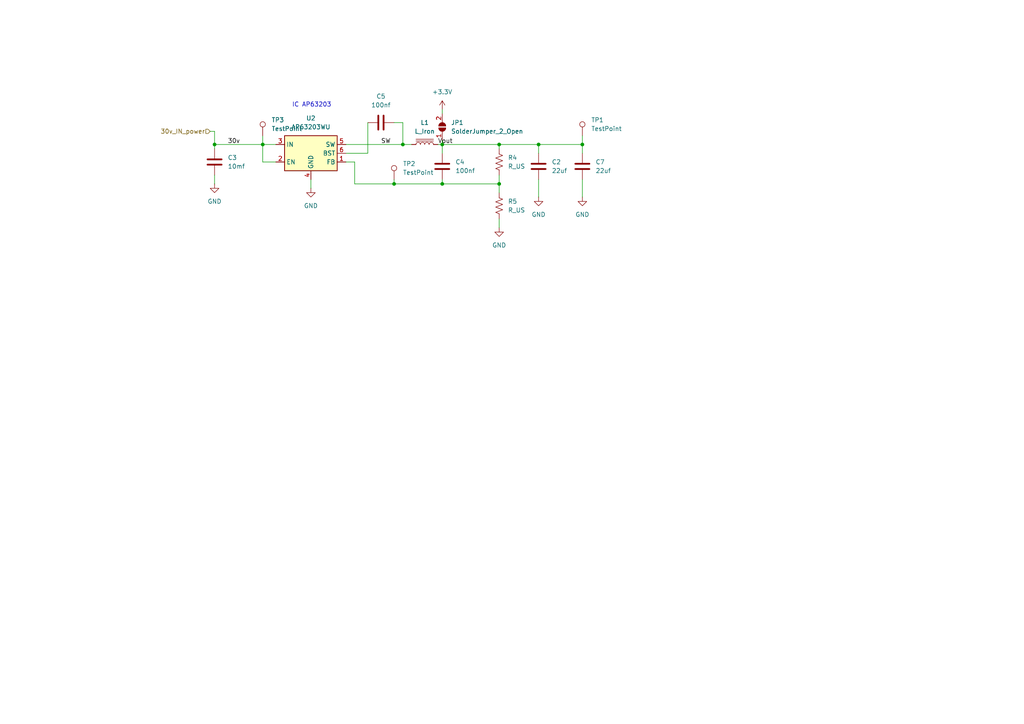
<source format=kicad_sch>
(kicad_sch
	(version 20250114)
	(generator "eeschema")
	(generator_version "9.0")
	(uuid "f319de47-5758-40a6-b80b-836c8115c4c8")
	(paper "A4")
	(lib_symbols
		(symbol "Connector:TestPoint"
			(pin_numbers
				(hide yes)
			)
			(pin_names
				(offset 0.762)
				(hide yes)
			)
			(exclude_from_sim no)
			(in_bom yes)
			(on_board yes)
			(property "Reference" "TP"
				(at 0 6.858 0)
				(effects
					(font
						(size 1.27 1.27)
					)
				)
			)
			(property "Value" "TestPoint"
				(at 0 5.08 0)
				(effects
					(font
						(size 1.27 1.27)
					)
				)
			)
			(property "Footprint" ""
				(at 5.08 0 0)
				(effects
					(font
						(size 1.27 1.27)
					)
					(hide yes)
				)
			)
			(property "Datasheet" "~"
				(at 5.08 0 0)
				(effects
					(font
						(size 1.27 1.27)
					)
					(hide yes)
				)
			)
			(property "Description" "test point"
				(at 0 0 0)
				(effects
					(font
						(size 1.27 1.27)
					)
					(hide yes)
				)
			)
			(property "ki_keywords" "test point tp"
				(at 0 0 0)
				(effects
					(font
						(size 1.27 1.27)
					)
					(hide yes)
				)
			)
			(property "ki_fp_filters" "Pin* Test*"
				(at 0 0 0)
				(effects
					(font
						(size 1.27 1.27)
					)
					(hide yes)
				)
			)
			(symbol "TestPoint_0_1"
				(circle
					(center 0 3.302)
					(radius 0.762)
					(stroke
						(width 0)
						(type default)
					)
					(fill
						(type none)
					)
				)
			)
			(symbol "TestPoint_1_1"
				(pin passive line
					(at 0 0 90)
					(length 2.54)
					(name "1"
						(effects
							(font
								(size 1.27 1.27)
							)
						)
					)
					(number "1"
						(effects
							(font
								(size 1.27 1.27)
							)
						)
					)
				)
			)
			(embedded_fonts no)
		)
		(symbol "Device:C"
			(pin_numbers
				(hide yes)
			)
			(pin_names
				(offset 0.254)
			)
			(exclude_from_sim no)
			(in_bom yes)
			(on_board yes)
			(property "Reference" "C"
				(at 0.635 2.54 0)
				(effects
					(font
						(size 1.27 1.27)
					)
					(justify left)
				)
			)
			(property "Value" "C"
				(at 0.635 -2.54 0)
				(effects
					(font
						(size 1.27 1.27)
					)
					(justify left)
				)
			)
			(property "Footprint" ""
				(at 0.9652 -3.81 0)
				(effects
					(font
						(size 1.27 1.27)
					)
					(hide yes)
				)
			)
			(property "Datasheet" "~"
				(at 0 0 0)
				(effects
					(font
						(size 1.27 1.27)
					)
					(hide yes)
				)
			)
			(property "Description" "Unpolarized capacitor"
				(at 0 0 0)
				(effects
					(font
						(size 1.27 1.27)
					)
					(hide yes)
				)
			)
			(property "ki_keywords" "cap capacitor"
				(at 0 0 0)
				(effects
					(font
						(size 1.27 1.27)
					)
					(hide yes)
				)
			)
			(property "ki_fp_filters" "C_*"
				(at 0 0 0)
				(effects
					(font
						(size 1.27 1.27)
					)
					(hide yes)
				)
			)
			(symbol "C_0_1"
				(polyline
					(pts
						(xy -2.032 0.762) (xy 2.032 0.762)
					)
					(stroke
						(width 0.508)
						(type default)
					)
					(fill
						(type none)
					)
				)
				(polyline
					(pts
						(xy -2.032 -0.762) (xy 2.032 -0.762)
					)
					(stroke
						(width 0.508)
						(type default)
					)
					(fill
						(type none)
					)
				)
			)
			(symbol "C_1_1"
				(pin passive line
					(at 0 3.81 270)
					(length 2.794)
					(name "~"
						(effects
							(font
								(size 1.27 1.27)
							)
						)
					)
					(number "1"
						(effects
							(font
								(size 1.27 1.27)
							)
						)
					)
				)
				(pin passive line
					(at 0 -3.81 90)
					(length 2.794)
					(name "~"
						(effects
							(font
								(size 1.27 1.27)
							)
						)
					)
					(number "2"
						(effects
							(font
								(size 1.27 1.27)
							)
						)
					)
				)
			)
			(embedded_fonts no)
		)
		(symbol "Device:L_Iron"
			(pin_numbers
				(hide yes)
			)
			(pin_names
				(offset 1.016)
				(hide yes)
			)
			(exclude_from_sim no)
			(in_bom yes)
			(on_board yes)
			(property "Reference" "L"
				(at -1.27 0 90)
				(effects
					(font
						(size 1.27 1.27)
					)
				)
			)
			(property "Value" "L_Iron"
				(at 2.794 0 90)
				(effects
					(font
						(size 1.27 1.27)
					)
				)
			)
			(property "Footprint" ""
				(at 0 0 0)
				(effects
					(font
						(size 1.27 1.27)
					)
					(hide yes)
				)
			)
			(property "Datasheet" "~"
				(at 0 0 0)
				(effects
					(font
						(size 1.27 1.27)
					)
					(hide yes)
				)
			)
			(property "Description" "Inductor with iron core"
				(at 0 0 0)
				(effects
					(font
						(size 1.27 1.27)
					)
					(hide yes)
				)
			)
			(property "ki_keywords" "inductor choke coil reactor magnetic"
				(at 0 0 0)
				(effects
					(font
						(size 1.27 1.27)
					)
					(hide yes)
				)
			)
			(property "ki_fp_filters" "Choke_* *Coil* Inductor_* L_*"
				(at 0 0 0)
				(effects
					(font
						(size 1.27 1.27)
					)
					(hide yes)
				)
			)
			(symbol "L_Iron_0_1"
				(arc
					(start 0 2.54)
					(mid 0.6323 1.905)
					(end 0 1.27)
					(stroke
						(width 0)
						(type default)
					)
					(fill
						(type none)
					)
				)
				(arc
					(start 0 1.27)
					(mid 0.6323 0.635)
					(end 0 0)
					(stroke
						(width 0)
						(type default)
					)
					(fill
						(type none)
					)
				)
				(arc
					(start 0 0)
					(mid 0.6323 -0.635)
					(end 0 -1.27)
					(stroke
						(width 0)
						(type default)
					)
					(fill
						(type none)
					)
				)
				(arc
					(start 0 -1.27)
					(mid 0.6323 -1.905)
					(end 0 -2.54)
					(stroke
						(width 0)
						(type default)
					)
					(fill
						(type none)
					)
				)
				(polyline
					(pts
						(xy 1.016 2.54) (xy 1.016 -2.54)
					)
					(stroke
						(width 0)
						(type default)
					)
					(fill
						(type none)
					)
				)
				(polyline
					(pts
						(xy 1.524 -2.54) (xy 1.524 2.54)
					)
					(stroke
						(width 0)
						(type default)
					)
					(fill
						(type none)
					)
				)
			)
			(symbol "L_Iron_1_1"
				(pin passive line
					(at 0 3.81 270)
					(length 1.27)
					(name "1"
						(effects
							(font
								(size 1.27 1.27)
							)
						)
					)
					(number "1"
						(effects
							(font
								(size 1.27 1.27)
							)
						)
					)
				)
				(pin passive line
					(at 0 -3.81 90)
					(length 1.27)
					(name "2"
						(effects
							(font
								(size 1.27 1.27)
							)
						)
					)
					(number "2"
						(effects
							(font
								(size 1.27 1.27)
							)
						)
					)
				)
			)
			(embedded_fonts no)
		)
		(symbol "Device:R_US"
			(pin_numbers
				(hide yes)
			)
			(pin_names
				(offset 0)
			)
			(exclude_from_sim no)
			(in_bom yes)
			(on_board yes)
			(property "Reference" "R"
				(at 2.54 0 90)
				(effects
					(font
						(size 1.27 1.27)
					)
				)
			)
			(property "Value" "R_US"
				(at -2.54 0 90)
				(effects
					(font
						(size 1.27 1.27)
					)
				)
			)
			(property "Footprint" ""
				(at 1.016 -0.254 90)
				(effects
					(font
						(size 1.27 1.27)
					)
					(hide yes)
				)
			)
			(property "Datasheet" "~"
				(at 0 0 0)
				(effects
					(font
						(size 1.27 1.27)
					)
					(hide yes)
				)
			)
			(property "Description" "Resistor, US symbol"
				(at 0 0 0)
				(effects
					(font
						(size 1.27 1.27)
					)
					(hide yes)
				)
			)
			(property "ki_keywords" "R res resistor"
				(at 0 0 0)
				(effects
					(font
						(size 1.27 1.27)
					)
					(hide yes)
				)
			)
			(property "ki_fp_filters" "R_*"
				(at 0 0 0)
				(effects
					(font
						(size 1.27 1.27)
					)
					(hide yes)
				)
			)
			(symbol "R_US_0_1"
				(polyline
					(pts
						(xy 0 2.286) (xy 0 2.54)
					)
					(stroke
						(width 0)
						(type default)
					)
					(fill
						(type none)
					)
				)
				(polyline
					(pts
						(xy 0 2.286) (xy 1.016 1.905) (xy 0 1.524) (xy -1.016 1.143) (xy 0 0.762)
					)
					(stroke
						(width 0)
						(type default)
					)
					(fill
						(type none)
					)
				)
				(polyline
					(pts
						(xy 0 0.762) (xy 1.016 0.381) (xy 0 0) (xy -1.016 -0.381) (xy 0 -0.762)
					)
					(stroke
						(width 0)
						(type default)
					)
					(fill
						(type none)
					)
				)
				(polyline
					(pts
						(xy 0 -0.762) (xy 1.016 -1.143) (xy 0 -1.524) (xy -1.016 -1.905) (xy 0 -2.286)
					)
					(stroke
						(width 0)
						(type default)
					)
					(fill
						(type none)
					)
				)
				(polyline
					(pts
						(xy 0 -2.286) (xy 0 -2.54)
					)
					(stroke
						(width 0)
						(type default)
					)
					(fill
						(type none)
					)
				)
			)
			(symbol "R_US_1_1"
				(pin passive line
					(at 0 3.81 270)
					(length 1.27)
					(name "~"
						(effects
							(font
								(size 1.27 1.27)
							)
						)
					)
					(number "1"
						(effects
							(font
								(size 1.27 1.27)
							)
						)
					)
				)
				(pin passive line
					(at 0 -3.81 90)
					(length 1.27)
					(name "~"
						(effects
							(font
								(size 1.27 1.27)
							)
						)
					)
					(number "2"
						(effects
							(font
								(size 1.27 1.27)
							)
						)
					)
				)
			)
			(embedded_fonts no)
		)
		(symbol "Jumper:SolderJumper_2_Open"
			(pin_names
				(offset 0)
				(hide yes)
			)
			(exclude_from_sim no)
			(in_bom yes)
			(on_board yes)
			(property "Reference" "JP"
				(at 0 2.032 0)
				(effects
					(font
						(size 1.27 1.27)
					)
				)
			)
			(property "Value" "SolderJumper_2_Open"
				(at 0 -2.54 0)
				(effects
					(font
						(size 1.27 1.27)
					)
				)
			)
			(property "Footprint" ""
				(at 0 0 0)
				(effects
					(font
						(size 1.27 1.27)
					)
					(hide yes)
				)
			)
			(property "Datasheet" "~"
				(at 0 0 0)
				(effects
					(font
						(size 1.27 1.27)
					)
					(hide yes)
				)
			)
			(property "Description" "Solder Jumper, 2-pole, open"
				(at 0 0 0)
				(effects
					(font
						(size 1.27 1.27)
					)
					(hide yes)
				)
			)
			(property "ki_keywords" "solder jumper SPST"
				(at 0 0 0)
				(effects
					(font
						(size 1.27 1.27)
					)
					(hide yes)
				)
			)
			(property "ki_fp_filters" "SolderJumper*Open*"
				(at 0 0 0)
				(effects
					(font
						(size 1.27 1.27)
					)
					(hide yes)
				)
			)
			(symbol "SolderJumper_2_Open_0_1"
				(polyline
					(pts
						(xy -0.254 1.016) (xy -0.254 -1.016)
					)
					(stroke
						(width 0)
						(type default)
					)
					(fill
						(type none)
					)
				)
				(arc
					(start -0.254 -1.016)
					(mid -1.2656 0)
					(end -0.254 1.016)
					(stroke
						(width 0)
						(type default)
					)
					(fill
						(type none)
					)
				)
				(arc
					(start -0.254 -1.016)
					(mid -1.2656 0)
					(end -0.254 1.016)
					(stroke
						(width 0)
						(type default)
					)
					(fill
						(type outline)
					)
				)
				(arc
					(start 0.254 1.016)
					(mid 1.2656 0)
					(end 0.254 -1.016)
					(stroke
						(width 0)
						(type default)
					)
					(fill
						(type none)
					)
				)
				(arc
					(start 0.254 1.016)
					(mid 1.2656 0)
					(end 0.254 -1.016)
					(stroke
						(width 0)
						(type default)
					)
					(fill
						(type outline)
					)
				)
				(polyline
					(pts
						(xy 0.254 1.016) (xy 0.254 -1.016)
					)
					(stroke
						(width 0)
						(type default)
					)
					(fill
						(type none)
					)
				)
			)
			(symbol "SolderJumper_2_Open_1_1"
				(pin passive line
					(at -3.81 0 0)
					(length 2.54)
					(name "A"
						(effects
							(font
								(size 1.27 1.27)
							)
						)
					)
					(number "1"
						(effects
							(font
								(size 1.27 1.27)
							)
						)
					)
				)
				(pin passive line
					(at 3.81 0 180)
					(length 2.54)
					(name "B"
						(effects
							(font
								(size 1.27 1.27)
							)
						)
					)
					(number "2"
						(effects
							(font
								(size 1.27 1.27)
							)
						)
					)
				)
			)
			(embedded_fonts no)
		)
		(symbol "Regulator_Switching:AP63203WU"
			(exclude_from_sim no)
			(in_bom yes)
			(on_board yes)
			(property "Reference" "U"
				(at -7.62 6.35 0)
				(effects
					(font
						(size 1.27 1.27)
					)
				)
			)
			(property "Value" "AP63203WU"
				(at 2.54 6.35 0)
				(effects
					(font
						(size 1.27 1.27)
					)
				)
			)
			(property "Footprint" "Package_TO_SOT_SMD:TSOT-23-6"
				(at 0 -22.86 0)
				(effects
					(font
						(size 1.27 1.27)
					)
					(hide yes)
				)
			)
			(property "Datasheet" "https://www.diodes.com/assets/Datasheets/AP63200-AP63201-AP63203-AP63205.pdf"
				(at 0 0 0)
				(effects
					(font
						(size 1.27 1.27)
					)
					(hide yes)
				)
			)
			(property "Description" "2A, 1.1MHz Buck DC/DC Converter, fixed 3.3V output voltage, TSOT-23-6"
				(at 0 0 0)
				(effects
					(font
						(size 1.27 1.27)
					)
					(hide yes)
				)
			)
			(property "ki_keywords" "2A Buck DC/DC"
				(at 0 0 0)
				(effects
					(font
						(size 1.27 1.27)
					)
					(hide yes)
				)
			)
			(property "ki_fp_filters" "TSOT?23*"
				(at 0 0 0)
				(effects
					(font
						(size 1.27 1.27)
					)
					(hide yes)
				)
			)
			(symbol "AP63203WU_0_1"
				(rectangle
					(start -7.62 5.08)
					(end 7.62 -5.08)
					(stroke
						(width 0.254)
						(type default)
					)
					(fill
						(type background)
					)
				)
			)
			(symbol "AP63203WU_1_1"
				(pin power_in line
					(at -10.16 2.54 0)
					(length 2.54)
					(name "IN"
						(effects
							(font
								(size 1.27 1.27)
							)
						)
					)
					(number "3"
						(effects
							(font
								(size 1.27 1.27)
							)
						)
					)
				)
				(pin input line
					(at -10.16 -2.54 0)
					(length 2.54)
					(name "EN"
						(effects
							(font
								(size 1.27 1.27)
							)
						)
					)
					(number "2"
						(effects
							(font
								(size 1.27 1.27)
							)
						)
					)
				)
				(pin power_in line
					(at 0 -7.62 90)
					(length 2.54)
					(name "GND"
						(effects
							(font
								(size 1.27 1.27)
							)
						)
					)
					(number "4"
						(effects
							(font
								(size 1.27 1.27)
							)
						)
					)
				)
				(pin output line
					(at 10.16 2.54 180)
					(length 2.54)
					(name "SW"
						(effects
							(font
								(size 1.27 1.27)
							)
						)
					)
					(number "5"
						(effects
							(font
								(size 1.27 1.27)
							)
						)
					)
				)
				(pin passive line
					(at 10.16 0 180)
					(length 2.54)
					(name "BST"
						(effects
							(font
								(size 1.27 1.27)
							)
						)
					)
					(number "6"
						(effects
							(font
								(size 1.27 1.27)
							)
						)
					)
				)
				(pin input line
					(at 10.16 -2.54 180)
					(length 2.54)
					(name "FB"
						(effects
							(font
								(size 1.27 1.27)
							)
						)
					)
					(number "1"
						(effects
							(font
								(size 1.27 1.27)
							)
						)
					)
				)
			)
			(embedded_fonts no)
		)
		(symbol "power:+3.3V"
			(power)
			(pin_numbers
				(hide yes)
			)
			(pin_names
				(offset 0)
				(hide yes)
			)
			(exclude_from_sim no)
			(in_bom yes)
			(on_board yes)
			(property "Reference" "#PWR"
				(at 0 -3.81 0)
				(effects
					(font
						(size 1.27 1.27)
					)
					(hide yes)
				)
			)
			(property "Value" "+3.3V"
				(at 0 3.556 0)
				(effects
					(font
						(size 1.27 1.27)
					)
				)
			)
			(property "Footprint" ""
				(at 0 0 0)
				(effects
					(font
						(size 1.27 1.27)
					)
					(hide yes)
				)
			)
			(property "Datasheet" ""
				(at 0 0 0)
				(effects
					(font
						(size 1.27 1.27)
					)
					(hide yes)
				)
			)
			(property "Description" "Power symbol creates a global label with name \"+3.3V\""
				(at 0 0 0)
				(effects
					(font
						(size 1.27 1.27)
					)
					(hide yes)
				)
			)
			(property "ki_keywords" "global power"
				(at 0 0 0)
				(effects
					(font
						(size 1.27 1.27)
					)
					(hide yes)
				)
			)
			(symbol "+3.3V_0_1"
				(polyline
					(pts
						(xy -0.762 1.27) (xy 0 2.54)
					)
					(stroke
						(width 0)
						(type default)
					)
					(fill
						(type none)
					)
				)
				(polyline
					(pts
						(xy 0 2.54) (xy 0.762 1.27)
					)
					(stroke
						(width 0)
						(type default)
					)
					(fill
						(type none)
					)
				)
				(polyline
					(pts
						(xy 0 0) (xy 0 2.54)
					)
					(stroke
						(width 0)
						(type default)
					)
					(fill
						(type none)
					)
				)
			)
			(symbol "+3.3V_1_1"
				(pin power_in line
					(at 0 0 90)
					(length 0)
					(name "~"
						(effects
							(font
								(size 1.27 1.27)
							)
						)
					)
					(number "1"
						(effects
							(font
								(size 1.27 1.27)
							)
						)
					)
				)
			)
			(embedded_fonts no)
		)
		(symbol "power:GND"
			(power)
			(pin_numbers
				(hide yes)
			)
			(pin_names
				(offset 0)
				(hide yes)
			)
			(exclude_from_sim no)
			(in_bom yes)
			(on_board yes)
			(property "Reference" "#PWR"
				(at 0 -6.35 0)
				(effects
					(font
						(size 1.27 1.27)
					)
					(hide yes)
				)
			)
			(property "Value" "GND"
				(at 0 -3.81 0)
				(effects
					(font
						(size 1.27 1.27)
					)
				)
			)
			(property "Footprint" ""
				(at 0 0 0)
				(effects
					(font
						(size 1.27 1.27)
					)
					(hide yes)
				)
			)
			(property "Datasheet" ""
				(at 0 0 0)
				(effects
					(font
						(size 1.27 1.27)
					)
					(hide yes)
				)
			)
			(property "Description" "Power symbol creates a global label with name \"GND\" , ground"
				(at 0 0 0)
				(effects
					(font
						(size 1.27 1.27)
					)
					(hide yes)
				)
			)
			(property "ki_keywords" "global power"
				(at 0 0 0)
				(effects
					(font
						(size 1.27 1.27)
					)
					(hide yes)
				)
			)
			(symbol "GND_0_1"
				(polyline
					(pts
						(xy 0 0) (xy 0 -1.27) (xy 1.27 -1.27) (xy 0 -2.54) (xy -1.27 -1.27) (xy 0 -1.27)
					)
					(stroke
						(width 0)
						(type default)
					)
					(fill
						(type none)
					)
				)
			)
			(symbol "GND_1_1"
				(pin power_in line
					(at 0 0 270)
					(length 0)
					(name "~"
						(effects
							(font
								(size 1.27 1.27)
							)
						)
					)
					(number "1"
						(effects
							(font
								(size 1.27 1.27)
							)
						)
					)
				)
			)
			(embedded_fonts no)
		)
	)
	(text "IC AP63203\n"
		(exclude_from_sim no)
		(at 90.424 30.48 0)
		(effects
			(font
				(size 1.27 1.27)
			)
		)
		(uuid "82846acd-da59-4a07-840b-743d3ec581a9")
	)
	(junction
		(at 116.84 41.91)
		(diameter 0)
		(color 0 0 0 0)
		(uuid "02f9472a-0198-487d-8503-8c87766beed4")
	)
	(junction
		(at 114.3 53.34)
		(diameter 0)
		(color 0 0 0 0)
		(uuid "124a4937-9438-463f-96af-e043f103cec0")
	)
	(junction
		(at 156.21 41.91)
		(diameter 0)
		(color 0 0 0 0)
		(uuid "156a4d83-9543-4afa-b218-93f8e7526d3d")
	)
	(junction
		(at 144.78 53.34)
		(diameter 0)
		(color 0 0 0 0)
		(uuid "3b1b9261-6cf9-42b0-a470-ba34b33949a5")
	)
	(junction
		(at 128.27 53.34)
		(diameter 0)
		(color 0 0 0 0)
		(uuid "67390f41-c3e9-4216-8641-4684c817f87d")
	)
	(junction
		(at 62.23 41.91)
		(diameter 0)
		(color 0 0 0 0)
		(uuid "8c3c84f5-2ef3-41ac-aedf-9d3b7f62cc7d")
	)
	(junction
		(at 168.91 41.91)
		(diameter 0)
		(color 0 0 0 0)
		(uuid "bd99ec2e-0e86-4125-9063-48b4d5ae810b")
	)
	(junction
		(at 76.2 41.91)
		(diameter 0)
		(color 0 0 0 0)
		(uuid "c02c2b91-5794-4266-ba08-fce4b1a44358")
	)
	(junction
		(at 144.78 41.91)
		(diameter 0)
		(color 0 0 0 0)
		(uuid "d95f6e3f-d27a-4028-bf15-b624d1c9c22c")
	)
	(junction
		(at 128.27 41.91)
		(diameter 0)
		(color 0 0 0 0)
		(uuid "ebc98df1-ebd3-40ee-8bf2-eaccc9682b3e")
	)
	(wire
		(pts
			(xy 127 41.91) (xy 128.27 41.91)
		)
		(stroke
			(width 0)
			(type default)
		)
		(uuid "0172034d-42fa-470a-bed6-1289095dcc28")
	)
	(wire
		(pts
			(xy 114.3 52.07) (xy 114.3 53.34)
		)
		(stroke
			(width 0)
			(type default)
		)
		(uuid "062a5881-dd76-4c43-a342-8115c0adc469")
	)
	(wire
		(pts
			(xy 90.17 52.07) (xy 90.17 54.61)
		)
		(stroke
			(width 0)
			(type default)
		)
		(uuid "0be1bb9e-cb45-49e9-92b9-d7b74aeb6caa")
	)
	(wire
		(pts
			(xy 168.91 39.37) (xy 168.91 41.91)
		)
		(stroke
			(width 0)
			(type default)
		)
		(uuid "0d24b6ea-752a-4be0-a290-c1375fc5f59d")
	)
	(wire
		(pts
			(xy 62.23 50.8) (xy 62.23 53.34)
		)
		(stroke
			(width 0)
			(type default)
		)
		(uuid "12aee748-42e8-401b-8d33-bd0e4b8a9a9e")
	)
	(wire
		(pts
			(xy 60.96 38.1) (xy 62.23 38.1)
		)
		(stroke
			(width 0)
			(type default)
		)
		(uuid "12ba5445-c64c-44a9-9b0b-8aee68ebe941")
	)
	(wire
		(pts
			(xy 128.27 53.34) (xy 128.27 52.07)
		)
		(stroke
			(width 0)
			(type default)
		)
		(uuid "1b0484c6-07d3-461d-8683-ebbaf7aca38b")
	)
	(wire
		(pts
			(xy 80.01 41.91) (xy 76.2 41.91)
		)
		(stroke
			(width 0)
			(type default)
		)
		(uuid "23d992c6-9f69-47e9-87ac-a49dab016ebd")
	)
	(wire
		(pts
			(xy 114.3 35.56) (xy 116.84 35.56)
		)
		(stroke
			(width 0)
			(type default)
		)
		(uuid "245ff64b-da02-45e9-b10c-13be237d20bb")
	)
	(wire
		(pts
			(xy 116.84 35.56) (xy 116.84 41.91)
		)
		(stroke
			(width 0)
			(type default)
		)
		(uuid "246065f2-308b-4203-995d-9c4ada5ab0ca")
	)
	(wire
		(pts
			(xy 144.78 43.18) (xy 144.78 41.91)
		)
		(stroke
			(width 0)
			(type default)
		)
		(uuid "26b55e3d-6413-46dc-8142-b2b50cb4d9f4")
	)
	(wire
		(pts
			(xy 116.84 41.91) (xy 119.38 41.91)
		)
		(stroke
			(width 0)
			(type default)
		)
		(uuid "387bc918-bced-4728-8521-7badb780f7b4")
	)
	(wire
		(pts
			(xy 156.21 44.45) (xy 156.21 41.91)
		)
		(stroke
			(width 0)
			(type default)
		)
		(uuid "44966421-5c98-426a-b9de-4909ca61db95")
	)
	(wire
		(pts
			(xy 128.27 41.91) (xy 128.27 44.45)
		)
		(stroke
			(width 0)
			(type default)
		)
		(uuid "45094a06-6a9a-46c0-b387-23f460a35be7")
	)
	(wire
		(pts
			(xy 76.2 39.37) (xy 76.2 41.91)
		)
		(stroke
			(width 0)
			(type default)
		)
		(uuid "560c1897-d8a3-4f57-b8f2-b63b086d5daf")
	)
	(wire
		(pts
			(xy 144.78 53.34) (xy 144.78 55.88)
		)
		(stroke
			(width 0)
			(type default)
		)
		(uuid "58a63330-f2a1-479a-af85-52374945c984")
	)
	(wire
		(pts
			(xy 106.68 44.45) (xy 106.68 35.56)
		)
		(stroke
			(width 0)
			(type default)
		)
		(uuid "5c88cc42-6832-4773-ad44-3fca40f10524")
	)
	(wire
		(pts
			(xy 168.91 44.45) (xy 168.91 41.91)
		)
		(stroke
			(width 0)
			(type default)
		)
		(uuid "6a9ae448-f369-47a6-a2d3-9190771e594b")
	)
	(wire
		(pts
			(xy 76.2 41.91) (xy 62.23 41.91)
		)
		(stroke
			(width 0)
			(type default)
		)
		(uuid "6c2a6b57-725b-42bc-8376-6b471dda17d9")
	)
	(wire
		(pts
			(xy 168.91 41.91) (xy 156.21 41.91)
		)
		(stroke
			(width 0)
			(type default)
		)
		(uuid "7d81070b-09cd-4ccb-aa7b-1a7993d58a18")
	)
	(wire
		(pts
			(xy 102.87 53.34) (xy 114.3 53.34)
		)
		(stroke
			(width 0)
			(type default)
		)
		(uuid "80a21ad5-01f8-443b-89e5-cfe0834e1500")
	)
	(wire
		(pts
			(xy 156.21 41.91) (xy 144.78 41.91)
		)
		(stroke
			(width 0)
			(type default)
		)
		(uuid "8924b730-4a4a-42f9-994c-9cce008348a9")
	)
	(wire
		(pts
			(xy 100.33 44.45) (xy 106.68 44.45)
		)
		(stroke
			(width 0)
			(type default)
		)
		(uuid "95e3c8cc-3591-4227-ba0b-6cf302043226")
	)
	(wire
		(pts
			(xy 62.23 38.1) (xy 62.23 41.91)
		)
		(stroke
			(width 0)
			(type default)
		)
		(uuid "95ecfbc1-e06b-422c-9570-8175587e709f")
	)
	(wire
		(pts
			(xy 80.01 46.99) (xy 76.2 46.99)
		)
		(stroke
			(width 0)
			(type default)
		)
		(uuid "9b6b3de5-d443-436a-b7b0-c922c121f3f4")
	)
	(wire
		(pts
			(xy 62.23 41.91) (xy 62.23 43.18)
		)
		(stroke
			(width 0)
			(type default)
		)
		(uuid "9dd1c945-519e-40d3-b882-332fad481030")
	)
	(wire
		(pts
			(xy 114.3 53.34) (xy 128.27 53.34)
		)
		(stroke
			(width 0)
			(type default)
		)
		(uuid "a3a157c9-ce23-4a5e-b2ee-0aa89a148180")
	)
	(wire
		(pts
			(xy 102.87 46.99) (xy 102.87 53.34)
		)
		(stroke
			(width 0)
			(type default)
		)
		(uuid "a57ad41b-56a8-48d6-8637-d5043dca9b3c")
	)
	(wire
		(pts
			(xy 128.27 31.75) (xy 128.27 33.02)
		)
		(stroke
			(width 0)
			(type default)
		)
		(uuid "aaa05373-6689-488b-8b37-f4af86a8ae84")
	)
	(wire
		(pts
			(xy 168.91 52.07) (xy 168.91 57.15)
		)
		(stroke
			(width 0)
			(type default)
		)
		(uuid "ac2cb8c4-0487-4100-b19c-e74047329716")
	)
	(wire
		(pts
			(xy 144.78 41.91) (xy 128.27 41.91)
		)
		(stroke
			(width 0)
			(type default)
		)
		(uuid "ac473e8c-74c0-4333-aaa6-ddb83efc3bc9")
	)
	(wire
		(pts
			(xy 156.21 52.07) (xy 156.21 57.15)
		)
		(stroke
			(width 0)
			(type default)
		)
		(uuid "af5d5511-c7d9-455b-8ebb-67e903351055")
	)
	(wire
		(pts
			(xy 144.78 63.5) (xy 144.78 66.04)
		)
		(stroke
			(width 0)
			(type default)
		)
		(uuid "b2ac3b6d-3724-4c1a-80b4-02762e5a1cb2")
	)
	(wire
		(pts
			(xy 100.33 41.91) (xy 116.84 41.91)
		)
		(stroke
			(width 0)
			(type default)
		)
		(uuid "b5af619c-86f2-4e90-bb57-2c44a588d639")
	)
	(wire
		(pts
			(xy 128.27 40.64) (xy 128.27 41.91)
		)
		(stroke
			(width 0)
			(type default)
		)
		(uuid "bdcd4ade-2174-4920-b96a-c73ef72f5139")
	)
	(wire
		(pts
			(xy 128.27 53.34) (xy 144.78 53.34)
		)
		(stroke
			(width 0)
			(type default)
		)
		(uuid "ca9b1bd5-a79c-41e8-84d2-30ad2f1b8ad2")
	)
	(wire
		(pts
			(xy 76.2 46.99) (xy 76.2 41.91)
		)
		(stroke
			(width 0)
			(type default)
		)
		(uuid "cb63dae0-fe36-47e5-a74a-095d74f19851")
	)
	(wire
		(pts
			(xy 102.87 46.99) (xy 100.33 46.99)
		)
		(stroke
			(width 0)
			(type default)
		)
		(uuid "ded4e9c8-ddea-4dd3-97b7-ff8575b60da3")
	)
	(wire
		(pts
			(xy 144.78 50.8) (xy 144.78 53.34)
		)
		(stroke
			(width 0)
			(type default)
		)
		(uuid "f10a6000-cbd0-47f9-b7e0-3d0068cf2c54")
	)
	(label "Vout"
		(at 127 41.91 0)
		(effects
			(font
				(size 1.27 1.27)
			)
			(justify left bottom)
		)
		(uuid "43208baf-5b37-47dd-8dfd-d85ae6c67fd2")
	)
	(label "SW"
		(at 110.49 41.91 0)
		(effects
			(font
				(size 1.27 1.27)
			)
			(justify left bottom)
		)
		(uuid "66e5f7b2-f357-4864-94fc-3aa23564c03a")
	)
	(label "30v"
		(at 66.04 41.91 0)
		(effects
			(font
				(size 1.27 1.27)
			)
			(justify left bottom)
		)
		(uuid "6c6c8a1c-04db-4bbc-a7b2-e6d8e4c59418")
	)
	(hierarchical_label "30v_IN_power"
		(shape input)
		(at 60.96 38.1 180)
		(effects
			(font
				(size 1.27 1.27)
			)
			(justify right)
		)
		(uuid "ae3b5428-46d9-4e75-860b-8a7b62efdb56")
	)
	(symbol
		(lib_id "Device:C")
		(at 62.23 46.99 0)
		(unit 1)
		(exclude_from_sim no)
		(in_bom yes)
		(on_board yes)
		(dnp no)
		(fields_autoplaced yes)
		(uuid "29ae29e1-fee5-4102-9de1-13ba5b0bf4a5")
		(property "Reference" "C3"
			(at 66.04 45.7199 0)
			(effects
				(font
					(size 1.27 1.27)
				)
				(justify left)
			)
		)
		(property "Value" "10mf"
			(at 66.04 48.2599 0)
			(effects
				(font
					(size 1.27 1.27)
				)
				(justify left)
			)
		)
		(property "Footprint" "Capacitor_SMD:C_1206_3216Metric"
			(at 63.1952 50.8 0)
			(effects
				(font
					(size 1.27 1.27)
				)
				(hide yes)
			)
		)
		(property "Datasheet" "~"
			(at 62.23 46.99 0)
			(effects
				(font
					(size 1.27 1.27)
				)
				(hide yes)
			)
		)
		(property "Description" "Unpolarized capacitor"
			(at 62.23 46.99 0)
			(effects
				(font
					(size 1.27 1.27)
				)
				(hide yes)
			)
		)
		(pin "1"
			(uuid "a0caee0f-250b-4e2f-a08b-4b82d56b7c0f")
		)
		(pin "2"
			(uuid "0fa0064f-6001-4184-a33d-b36cb287a295")
		)
		(instances
			(project "ZorionX-Nivara"
				(path "/ae5c9891-8291-492e-8a61-8ac340267b67/d47eca49-96e4-4138-8979-47bb60019f67/67b154d6-e51e-4b3c-869c-5576b054501d"
					(reference "C3")
					(unit 1)
				)
			)
		)
	)
	(symbol
		(lib_id "power:+3.3V")
		(at 128.27 31.75 0)
		(unit 1)
		(exclude_from_sim no)
		(in_bom yes)
		(on_board yes)
		(dnp no)
		(fields_autoplaced yes)
		(uuid "2a3e9313-dbfd-4db8-bddd-649e0195529d")
		(property "Reference" "#PWR03"
			(at 128.27 35.56 0)
			(effects
				(font
					(size 1.27 1.27)
				)
				(hide yes)
			)
		)
		(property "Value" "+3.3V"
			(at 128.27 26.67 0)
			(effects
				(font
					(size 1.27 1.27)
				)
			)
		)
		(property "Footprint" ""
			(at 128.27 31.75 0)
			(effects
				(font
					(size 1.27 1.27)
				)
				(hide yes)
			)
		)
		(property "Datasheet" ""
			(at 128.27 31.75 0)
			(effects
				(font
					(size 1.27 1.27)
				)
				(hide yes)
			)
		)
		(property "Description" "Power symbol creates a global label with name \"+3.3V\""
			(at 128.27 31.75 0)
			(effects
				(font
					(size 1.27 1.27)
				)
				(hide yes)
			)
		)
		(pin "1"
			(uuid "5931689b-f8ea-45e4-90c3-87e774d9c7cf")
		)
		(instances
			(project "ZorionX-Nivara"
				(path "/ae5c9891-8291-492e-8a61-8ac340267b67/d47eca49-96e4-4138-8979-47bb60019f67/67b154d6-e51e-4b3c-869c-5576b054501d"
					(reference "#PWR03")
					(unit 1)
				)
			)
		)
	)
	(symbol
		(lib_id "Device:C")
		(at 156.21 48.26 0)
		(unit 1)
		(exclude_from_sim no)
		(in_bom yes)
		(on_board yes)
		(dnp no)
		(fields_autoplaced yes)
		(uuid "5d3d4d4b-2735-40a4-b27c-d82b631448f6")
		(property "Reference" "C2"
			(at 160.02 46.9899 0)
			(effects
				(font
					(size 1.27 1.27)
				)
				(justify left)
			)
		)
		(property "Value" "22uf"
			(at 160.02 49.5299 0)
			(effects
				(font
					(size 1.27 1.27)
				)
				(justify left)
			)
		)
		(property "Footprint" "Capacitor_SMD:C_0805_2012Metric"
			(at 157.1752 52.07 0)
			(effects
				(font
					(size 1.27 1.27)
				)
				(hide yes)
			)
		)
		(property "Datasheet" "~"
			(at 156.21 48.26 0)
			(effects
				(font
					(size 1.27 1.27)
				)
				(hide yes)
			)
		)
		(property "Description" "Unpolarized capacitor"
			(at 156.21 48.26 0)
			(effects
				(font
					(size 1.27 1.27)
				)
				(hide yes)
			)
		)
		(pin "1"
			(uuid "137ce01d-e0b1-40b1-a2af-be5f024877fe")
		)
		(pin "2"
			(uuid "e9b64847-d4db-43c1-8f27-a35b8bdda5b9")
		)
		(instances
			(project "ZorionX-Nivara"
				(path "/ae5c9891-8291-492e-8a61-8ac340267b67/d47eca49-96e4-4138-8979-47bb60019f67/67b154d6-e51e-4b3c-869c-5576b054501d"
					(reference "C2")
					(unit 1)
				)
			)
		)
	)
	(symbol
		(lib_id "Device:R_US")
		(at 144.78 59.69 0)
		(unit 1)
		(exclude_from_sim no)
		(in_bom yes)
		(on_board yes)
		(dnp no)
		(fields_autoplaced yes)
		(uuid "684bb1a7-c7a8-4f4e-930a-a0e23f1a1125")
		(property "Reference" "R5"
			(at 147.32 58.4199 0)
			(effects
				(font
					(size 1.27 1.27)
				)
				(justify left)
			)
		)
		(property "Value" "R_US"
			(at 147.32 60.9599 0)
			(effects
				(font
					(size 1.27 1.27)
				)
				(justify left)
			)
		)
		(property "Footprint" "Resistor_SMD:R_0603_1608Metric"
			(at 145.796 59.944 90)
			(effects
				(font
					(size 1.27 1.27)
				)
				(hide yes)
			)
		)
		(property "Datasheet" "~"
			(at 144.78 59.69 0)
			(effects
				(font
					(size 1.27 1.27)
				)
				(hide yes)
			)
		)
		(property "Description" "Resistor, US symbol"
			(at 144.78 59.69 0)
			(effects
				(font
					(size 1.27 1.27)
				)
				(hide yes)
			)
		)
		(pin "1"
			(uuid "d0d5d58e-73e4-45cf-9547-08beff40d232")
		)
		(pin "2"
			(uuid "22f5ffda-2b53-49c3-b3d4-e75bb6f19699")
		)
		(instances
			(project "ZorionX-Nivara"
				(path "/ae5c9891-8291-492e-8a61-8ac340267b67/d47eca49-96e4-4138-8979-47bb60019f67/67b154d6-e51e-4b3c-869c-5576b054501d"
					(reference "R5")
					(unit 1)
				)
			)
		)
	)
	(symbol
		(lib_id "Connector:TestPoint")
		(at 76.2 39.37 0)
		(unit 1)
		(exclude_from_sim no)
		(in_bom yes)
		(on_board yes)
		(dnp no)
		(fields_autoplaced yes)
		(uuid "76ed4da0-5be5-4ca3-8a81-56a6cef01d08")
		(property "Reference" "TP3"
			(at 78.74 34.7979 0)
			(effects
				(font
					(size 1.27 1.27)
				)
				(justify left)
			)
		)
		(property "Value" "TestPoint"
			(at 78.74 37.3379 0)
			(effects
				(font
					(size 1.27 1.27)
				)
				(justify left)
			)
		)
		(property "Footprint" "TestPoint:TestPoint_THTPad_1.0x1.0mm_Drill0.5mm"
			(at 81.28 39.37 0)
			(effects
				(font
					(size 1.27 1.27)
				)
				(hide yes)
			)
		)
		(property "Datasheet" "~"
			(at 81.28 39.37 0)
			(effects
				(font
					(size 1.27 1.27)
				)
				(hide yes)
			)
		)
		(property "Description" "test point"
			(at 76.2 39.37 0)
			(effects
				(font
					(size 1.27 1.27)
				)
				(hide yes)
			)
		)
		(pin "1"
			(uuid "ac7e85b4-e8a8-4541-b366-f70494d74ee2")
		)
		(instances
			(project "ZorionX-Nivara"
				(path "/ae5c9891-8291-492e-8a61-8ac340267b67/d47eca49-96e4-4138-8979-47bb60019f67/67b154d6-e51e-4b3c-869c-5576b054501d"
					(reference "TP3")
					(unit 1)
				)
			)
		)
	)
	(symbol
		(lib_id "Connector:TestPoint")
		(at 114.3 52.07 0)
		(unit 1)
		(exclude_from_sim no)
		(in_bom yes)
		(on_board yes)
		(dnp no)
		(fields_autoplaced yes)
		(uuid "8691af09-986d-4f75-b191-f82707d1cc39")
		(property "Reference" "TP2"
			(at 116.84 47.4979 0)
			(effects
				(font
					(size 1.27 1.27)
				)
				(justify left)
			)
		)
		(property "Value" "TestPoint"
			(at 116.84 50.0379 0)
			(effects
				(font
					(size 1.27 1.27)
				)
				(justify left)
			)
		)
		(property "Footprint" "TestPoint:TestPoint_THTPad_1.0x1.0mm_Drill0.5mm"
			(at 119.38 52.07 0)
			(effects
				(font
					(size 1.27 1.27)
				)
				(hide yes)
			)
		)
		(property "Datasheet" "~"
			(at 119.38 52.07 0)
			(effects
				(font
					(size 1.27 1.27)
				)
				(hide yes)
			)
		)
		(property "Description" "test point"
			(at 114.3 52.07 0)
			(effects
				(font
					(size 1.27 1.27)
				)
				(hide yes)
			)
		)
		(pin "1"
			(uuid "327530f8-741b-4eb9-9d30-9f8f0ab6c2da")
		)
		(instances
			(project "ZorionX-Nivara"
				(path "/ae5c9891-8291-492e-8a61-8ac340267b67/d47eca49-96e4-4138-8979-47bb60019f67/67b154d6-e51e-4b3c-869c-5576b054501d"
					(reference "TP2")
					(unit 1)
				)
			)
		)
	)
	(symbol
		(lib_id "Device:L_Iron")
		(at 123.19 41.91 90)
		(unit 1)
		(exclude_from_sim no)
		(in_bom yes)
		(on_board yes)
		(dnp no)
		(fields_autoplaced yes)
		(uuid "8cced312-ceae-4017-8c24-86b29cdfba09")
		(property "Reference" "L1"
			(at 123.19 35.56 90)
			(effects
				(font
					(size 1.27 1.27)
				)
			)
		)
		(property "Value" "L_Iron"
			(at 123.19 38.1 90)
			(effects
				(font
					(size 1.27 1.27)
				)
			)
		)
		(property "Footprint" "Inductor_SMD:L_Bourns-SRN6028"
			(at 123.19 41.91 0)
			(effects
				(font
					(size 1.27 1.27)
				)
				(hide yes)
			)
		)
		(property "Datasheet" "~"
			(at 123.19 41.91 0)
			(effects
				(font
					(size 1.27 1.27)
				)
				(hide yes)
			)
		)
		(property "Description" "Inductor with iron core"
			(at 123.19 41.91 0)
			(effects
				(font
					(size 1.27 1.27)
				)
				(hide yes)
			)
		)
		(pin "1"
			(uuid "15bc9418-328d-43c5-b020-1fc112314ef3")
		)
		(pin "2"
			(uuid "5d6aff53-e87d-4225-916c-31837a1600b3")
		)
		(instances
			(project "ZorionX-Nivara"
				(path "/ae5c9891-8291-492e-8a61-8ac340267b67/d47eca49-96e4-4138-8979-47bb60019f67/67b154d6-e51e-4b3c-869c-5576b054501d"
					(reference "L1")
					(unit 1)
				)
			)
		)
	)
	(symbol
		(lib_id "power:GND")
		(at 168.91 57.15 0)
		(unit 1)
		(exclude_from_sim no)
		(in_bom yes)
		(on_board yes)
		(dnp no)
		(fields_autoplaced yes)
		(uuid "938a2a2a-2e5b-4ee9-bdb7-9b3cab9b94d8")
		(property "Reference" "#PWR017"
			(at 168.91 63.5 0)
			(effects
				(font
					(size 1.27 1.27)
				)
				(hide yes)
			)
		)
		(property "Value" "GND"
			(at 168.91 62.23 0)
			(effects
				(font
					(size 1.27 1.27)
				)
			)
		)
		(property "Footprint" ""
			(at 168.91 57.15 0)
			(effects
				(font
					(size 1.27 1.27)
				)
				(hide yes)
			)
		)
		(property "Datasheet" ""
			(at 168.91 57.15 0)
			(effects
				(font
					(size 1.27 1.27)
				)
				(hide yes)
			)
		)
		(property "Description" "Power symbol creates a global label with name \"GND\" , ground"
			(at 168.91 57.15 0)
			(effects
				(font
					(size 1.27 1.27)
				)
				(hide yes)
			)
		)
		(pin "1"
			(uuid "da1742dc-9898-4812-8c1a-3d12ca9731ac")
		)
		(instances
			(project "ZorionX-Nivara"
				(path "/ae5c9891-8291-492e-8a61-8ac340267b67/d47eca49-96e4-4138-8979-47bb60019f67/67b154d6-e51e-4b3c-869c-5576b054501d"
					(reference "#PWR017")
					(unit 1)
				)
			)
		)
	)
	(symbol
		(lib_id "Device:C")
		(at 110.49 35.56 90)
		(unit 1)
		(exclude_from_sim no)
		(in_bom yes)
		(on_board yes)
		(dnp no)
		(fields_autoplaced yes)
		(uuid "985583c3-5f4b-4c04-b4bd-6aa2b601455d")
		(property "Reference" "C5"
			(at 110.49 27.94 90)
			(effects
				(font
					(size 1.27 1.27)
				)
			)
		)
		(property "Value" "100nf"
			(at 110.49 30.48 90)
			(effects
				(font
					(size 1.27 1.27)
				)
			)
		)
		(property "Footprint" "Capacitor_SMD:C_0603_1608Metric"
			(at 114.3 34.5948 0)
			(effects
				(font
					(size 1.27 1.27)
				)
				(hide yes)
			)
		)
		(property "Datasheet" "~"
			(at 110.49 35.56 0)
			(effects
				(font
					(size 1.27 1.27)
				)
				(hide yes)
			)
		)
		(property "Description" "Unpolarized capacitor"
			(at 110.49 35.56 0)
			(effects
				(font
					(size 1.27 1.27)
				)
				(hide yes)
			)
		)
		(pin "1"
			(uuid "1fd1cb85-4167-4386-a7c9-2ff8765e90d0")
		)
		(pin "2"
			(uuid "b40bc729-dff4-4307-bdcf-76a388b9c0b0")
		)
		(instances
			(project "ZorionX-Nivara"
				(path "/ae5c9891-8291-492e-8a61-8ac340267b67/d47eca49-96e4-4138-8979-47bb60019f67/67b154d6-e51e-4b3c-869c-5576b054501d"
					(reference "C5")
					(unit 1)
				)
			)
		)
	)
	(symbol
		(lib_id "power:GND")
		(at 156.21 57.15 0)
		(unit 1)
		(exclude_from_sim no)
		(in_bom yes)
		(on_board yes)
		(dnp no)
		(fields_autoplaced yes)
		(uuid "9e1713c0-b1fd-435f-a89c-b18adf4e7ae7")
		(property "Reference" "#PWR016"
			(at 156.21 63.5 0)
			(effects
				(font
					(size 1.27 1.27)
				)
				(hide yes)
			)
		)
		(property "Value" "GND"
			(at 156.21 62.23 0)
			(effects
				(font
					(size 1.27 1.27)
				)
			)
		)
		(property "Footprint" ""
			(at 156.21 57.15 0)
			(effects
				(font
					(size 1.27 1.27)
				)
				(hide yes)
			)
		)
		(property "Datasheet" ""
			(at 156.21 57.15 0)
			(effects
				(font
					(size 1.27 1.27)
				)
				(hide yes)
			)
		)
		(property "Description" "Power symbol creates a global label with name \"GND\" , ground"
			(at 156.21 57.15 0)
			(effects
				(font
					(size 1.27 1.27)
				)
				(hide yes)
			)
		)
		(pin "1"
			(uuid "83831ec2-d693-462f-9ad9-dd7091ed60e8")
		)
		(instances
			(project "ZorionX-Nivara"
				(path "/ae5c9891-8291-492e-8a61-8ac340267b67/d47eca49-96e4-4138-8979-47bb60019f67/67b154d6-e51e-4b3c-869c-5576b054501d"
					(reference "#PWR016")
					(unit 1)
				)
			)
		)
	)
	(symbol
		(lib_id "Device:C")
		(at 128.27 48.26 0)
		(unit 1)
		(exclude_from_sim no)
		(in_bom yes)
		(on_board yes)
		(dnp no)
		(fields_autoplaced yes)
		(uuid "a5985ddd-dda0-4ecb-97d1-4b71af0123b8")
		(property "Reference" "C4"
			(at 132.08 46.9899 0)
			(effects
				(font
					(size 1.27 1.27)
				)
				(justify left)
			)
		)
		(property "Value" "100nf"
			(at 132.08 49.5299 0)
			(effects
				(font
					(size 1.27 1.27)
				)
				(justify left)
			)
		)
		(property "Footprint" "Capacitor_SMD:C_0603_1608Metric"
			(at 129.2352 52.07 0)
			(effects
				(font
					(size 1.27 1.27)
				)
				(hide yes)
			)
		)
		(property "Datasheet" "~"
			(at 128.27 48.26 0)
			(effects
				(font
					(size 1.27 1.27)
				)
				(hide yes)
			)
		)
		(property "Description" "Unpolarized capacitor"
			(at 128.27 48.26 0)
			(effects
				(font
					(size 1.27 1.27)
				)
				(hide yes)
			)
		)
		(pin "1"
			(uuid "2844dc33-fa94-4687-b0f5-842ef05dccf1")
		)
		(pin "2"
			(uuid "5398cf1a-f5ce-469e-aa81-7e9dd8a610d8")
		)
		(instances
			(project "ZorionX-Nivara"
				(path "/ae5c9891-8291-492e-8a61-8ac340267b67/d47eca49-96e4-4138-8979-47bb60019f67/67b154d6-e51e-4b3c-869c-5576b054501d"
					(reference "C4")
					(unit 1)
				)
			)
		)
	)
	(symbol
		(lib_id "Device:R_US")
		(at 144.78 46.99 0)
		(unit 1)
		(exclude_from_sim no)
		(in_bom yes)
		(on_board yes)
		(dnp no)
		(fields_autoplaced yes)
		(uuid "aab333d6-af03-4b2a-bbc8-4c72451a9eb3")
		(property "Reference" "R4"
			(at 147.32 45.7199 0)
			(effects
				(font
					(size 1.27 1.27)
				)
				(justify left)
			)
		)
		(property "Value" "R_US"
			(at 147.32 48.2599 0)
			(effects
				(font
					(size 1.27 1.27)
				)
				(justify left)
			)
		)
		(property "Footprint" "Resistor_SMD:R_0603_1608Metric"
			(at 145.796 47.244 90)
			(effects
				(font
					(size 1.27 1.27)
				)
				(hide yes)
			)
		)
		(property "Datasheet" "~"
			(at 144.78 46.99 0)
			(effects
				(font
					(size 1.27 1.27)
				)
				(hide yes)
			)
		)
		(property "Description" "Resistor, US symbol"
			(at 144.78 46.99 0)
			(effects
				(font
					(size 1.27 1.27)
				)
				(hide yes)
			)
		)
		(pin "1"
			(uuid "b0569910-579e-4d3c-9bb3-f0408d17f0ad")
		)
		(pin "2"
			(uuid "3e582a5a-5288-4afe-8c13-726c89d8ad67")
		)
		(instances
			(project "ZorionX-Nivara"
				(path "/ae5c9891-8291-492e-8a61-8ac340267b67/d47eca49-96e4-4138-8979-47bb60019f67/67b154d6-e51e-4b3c-869c-5576b054501d"
					(reference "R4")
					(unit 1)
				)
			)
		)
	)
	(symbol
		(lib_id "power:GND")
		(at 62.23 53.34 0)
		(unit 1)
		(exclude_from_sim no)
		(in_bom yes)
		(on_board yes)
		(dnp no)
		(fields_autoplaced yes)
		(uuid "b034d37f-bcc7-4d53-bdbc-0294c2b0ecd1")
		(property "Reference" "#PWR013"
			(at 62.23 59.69 0)
			(effects
				(font
					(size 1.27 1.27)
				)
				(hide yes)
			)
		)
		(property "Value" "GND"
			(at 62.23 58.42 0)
			(effects
				(font
					(size 1.27 1.27)
				)
			)
		)
		(property "Footprint" ""
			(at 62.23 53.34 0)
			(effects
				(font
					(size 1.27 1.27)
				)
				(hide yes)
			)
		)
		(property "Datasheet" ""
			(at 62.23 53.34 0)
			(effects
				(font
					(size 1.27 1.27)
				)
				(hide yes)
			)
		)
		(property "Description" "Power symbol creates a global label with name \"GND\" , ground"
			(at 62.23 53.34 0)
			(effects
				(font
					(size 1.27 1.27)
				)
				(hide yes)
			)
		)
		(pin "1"
			(uuid "c5303380-5156-4d66-82c4-863fa0506d9d")
		)
		(instances
			(project "ZorionX-Nivara"
				(path "/ae5c9891-8291-492e-8a61-8ac340267b67/d47eca49-96e4-4138-8979-47bb60019f67/67b154d6-e51e-4b3c-869c-5576b054501d"
					(reference "#PWR013")
					(unit 1)
				)
			)
		)
	)
	(symbol
		(lib_id "power:GND")
		(at 90.17 54.61 0)
		(unit 1)
		(exclude_from_sim no)
		(in_bom yes)
		(on_board yes)
		(dnp no)
		(fields_autoplaced yes)
		(uuid "b05ebc36-7a7a-4e3a-9759-f26ca7f88168")
		(property "Reference" "#PWR014"
			(at 90.17 60.96 0)
			(effects
				(font
					(size 1.27 1.27)
				)
				(hide yes)
			)
		)
		(property "Value" "GND"
			(at 90.17 59.69 0)
			(effects
				(font
					(size 1.27 1.27)
				)
			)
		)
		(property "Footprint" ""
			(at 90.17 54.61 0)
			(effects
				(font
					(size 1.27 1.27)
				)
				(hide yes)
			)
		)
		(property "Datasheet" ""
			(at 90.17 54.61 0)
			(effects
				(font
					(size 1.27 1.27)
				)
				(hide yes)
			)
		)
		(property "Description" "Power symbol creates a global label with name \"GND\" , ground"
			(at 90.17 54.61 0)
			(effects
				(font
					(size 1.27 1.27)
				)
				(hide yes)
			)
		)
		(pin "1"
			(uuid "a80d8d8b-42a3-452f-a744-a379b846f344")
		)
		(instances
			(project "ZorionX-Nivara"
				(path "/ae5c9891-8291-492e-8a61-8ac340267b67/d47eca49-96e4-4138-8979-47bb60019f67/67b154d6-e51e-4b3c-869c-5576b054501d"
					(reference "#PWR014")
					(unit 1)
				)
			)
		)
	)
	(symbol
		(lib_id "Connector:TestPoint")
		(at 168.91 39.37 0)
		(unit 1)
		(exclude_from_sim no)
		(in_bom yes)
		(on_board yes)
		(dnp no)
		(fields_autoplaced yes)
		(uuid "b64dd4d7-d7cb-4925-9fd7-553be9e7eca5")
		(property "Reference" "TP1"
			(at 171.45 34.7979 0)
			(effects
				(font
					(size 1.27 1.27)
				)
				(justify left)
			)
		)
		(property "Value" "TestPoint"
			(at 171.45 37.3379 0)
			(effects
				(font
					(size 1.27 1.27)
				)
				(justify left)
			)
		)
		(property "Footprint" "TestPoint:TestPoint_THTPad_1.0x1.0mm_Drill0.5mm"
			(at 173.99 39.37 0)
			(effects
				(font
					(size 1.27 1.27)
				)
				(hide yes)
			)
		)
		(property "Datasheet" "~"
			(at 173.99 39.37 0)
			(effects
				(font
					(size 1.27 1.27)
				)
				(hide yes)
			)
		)
		(property "Description" "test point"
			(at 168.91 39.37 0)
			(effects
				(font
					(size 1.27 1.27)
				)
				(hide yes)
			)
		)
		(pin "1"
			(uuid "428d42ee-e884-431e-8e21-bf8c1ec6edd1")
		)
		(instances
			(project "ZorionX-Nivara"
				(path "/ae5c9891-8291-492e-8a61-8ac340267b67/d47eca49-96e4-4138-8979-47bb60019f67/67b154d6-e51e-4b3c-869c-5576b054501d"
					(reference "TP1")
					(unit 1)
				)
			)
		)
	)
	(symbol
		(lib_id "Device:C")
		(at 168.91 48.26 0)
		(unit 1)
		(exclude_from_sim no)
		(in_bom yes)
		(on_board yes)
		(dnp no)
		(fields_autoplaced yes)
		(uuid "d3524c52-9950-4d9d-9ab9-f2b25c0589b8")
		(property "Reference" "C7"
			(at 172.72 46.9899 0)
			(effects
				(font
					(size 1.27 1.27)
				)
				(justify left)
			)
		)
		(property "Value" "22uf"
			(at 172.72 49.5299 0)
			(effects
				(font
					(size 1.27 1.27)
				)
				(justify left)
			)
		)
		(property "Footprint" "Capacitor_SMD:C_0805_2012Metric"
			(at 169.8752 52.07 0)
			(effects
				(font
					(size 1.27 1.27)
				)
				(hide yes)
			)
		)
		(property "Datasheet" "~"
			(at 168.91 48.26 0)
			(effects
				(font
					(size 1.27 1.27)
				)
				(hide yes)
			)
		)
		(property "Description" "Unpolarized capacitor"
			(at 168.91 48.26 0)
			(effects
				(font
					(size 1.27 1.27)
				)
				(hide yes)
			)
		)
		(pin "1"
			(uuid "f47156b7-6379-4a31-8c42-be97aa54ec01")
		)
		(pin "2"
			(uuid "e11ca248-8446-4c2c-85b7-6ad98e46f6ca")
		)
		(instances
			(project "ZorionX-Nivara"
				(path "/ae5c9891-8291-492e-8a61-8ac340267b67/d47eca49-96e4-4138-8979-47bb60019f67/67b154d6-e51e-4b3c-869c-5576b054501d"
					(reference "C7")
					(unit 1)
				)
			)
		)
	)
	(symbol
		(lib_id "power:GND")
		(at 144.78 66.04 0)
		(unit 1)
		(exclude_from_sim no)
		(in_bom yes)
		(on_board yes)
		(dnp no)
		(fields_autoplaced yes)
		(uuid "ec54d0fe-66ef-4498-bfc9-09a7311036c8")
		(property "Reference" "#PWR015"
			(at 144.78 72.39 0)
			(effects
				(font
					(size 1.27 1.27)
				)
				(hide yes)
			)
		)
		(property "Value" "GND"
			(at 144.78 71.12 0)
			(effects
				(font
					(size 1.27 1.27)
				)
			)
		)
		(property "Footprint" ""
			(at 144.78 66.04 0)
			(effects
				(font
					(size 1.27 1.27)
				)
				(hide yes)
			)
		)
		(property "Datasheet" ""
			(at 144.78 66.04 0)
			(effects
				(font
					(size 1.27 1.27)
				)
				(hide yes)
			)
		)
		(property "Description" "Power symbol creates a global label with name \"GND\" , ground"
			(at 144.78 66.04 0)
			(effects
				(font
					(size 1.27 1.27)
				)
				(hide yes)
			)
		)
		(pin "1"
			(uuid "56421fb7-a274-413f-9ce2-b0ee5f69989d")
		)
		(instances
			(project "ZorionX-Nivara"
				(path "/ae5c9891-8291-492e-8a61-8ac340267b67/d47eca49-96e4-4138-8979-47bb60019f67/67b154d6-e51e-4b3c-869c-5576b054501d"
					(reference "#PWR015")
					(unit 1)
				)
			)
		)
	)
	(symbol
		(lib_id "Jumper:SolderJumper_2_Open")
		(at 128.27 36.83 90)
		(unit 1)
		(exclude_from_sim no)
		(in_bom yes)
		(on_board yes)
		(dnp no)
		(fields_autoplaced yes)
		(uuid "efa29a20-cbce-4844-bde5-6e21ccaa8364")
		(property "Reference" "JP1"
			(at 130.81 35.5599 90)
			(effects
				(font
					(size 1.27 1.27)
				)
				(justify right)
			)
		)
		(property "Value" "SolderJumper_2_Open"
			(at 130.81 38.0999 90)
			(effects
				(font
					(size 1.27 1.27)
				)
				(justify right)
			)
		)
		(property "Footprint" "Jumper:SolderJumper-2_P1.3mm_Open_RoundedPad1.0x1.5mm"
			(at 128.27 36.83 0)
			(effects
				(font
					(size 1.27 1.27)
				)
				(hide yes)
			)
		)
		(property "Datasheet" "~"
			(at 128.27 36.83 0)
			(effects
				(font
					(size 1.27 1.27)
				)
				(hide yes)
			)
		)
		(property "Description" "Solder Jumper, 2-pole, open"
			(at 128.27 36.83 0)
			(effects
				(font
					(size 1.27 1.27)
				)
				(hide yes)
			)
		)
		(pin "1"
			(uuid "f6bc27ad-3e3a-4be8-aad2-5c69a65fbbcc")
		)
		(pin "2"
			(uuid "d7066baf-b380-4860-acf0-8e7ab1b91832")
		)
		(instances
			(project "ZorionX-Nivara"
				(path "/ae5c9891-8291-492e-8a61-8ac340267b67/d47eca49-96e4-4138-8979-47bb60019f67/67b154d6-e51e-4b3c-869c-5576b054501d"
					(reference "JP1")
					(unit 1)
				)
			)
		)
	)
	(symbol
		(lib_id "Regulator_Switching:AP63203WU")
		(at 90.17 44.45 0)
		(unit 1)
		(exclude_from_sim no)
		(in_bom yes)
		(on_board yes)
		(dnp no)
		(fields_autoplaced yes)
		(uuid "f87bfa4e-edab-4eea-8bfb-7d727b2d9aa6")
		(property "Reference" "U2"
			(at 90.17 34.29 0)
			(effects
				(font
					(size 1.27 1.27)
				)
			)
		)
		(property "Value" "AP63203WU"
			(at 90.17 36.83 0)
			(effects
				(font
					(size 1.27 1.27)
				)
			)
		)
		(property "Footprint" "Package_TO_SOT_SMD:TSOT-23-6"
			(at 90.17 67.31 0)
			(effects
				(font
					(size 1.27 1.27)
				)
				(hide yes)
			)
		)
		(property "Datasheet" "https://www.diodes.com/assets/Datasheets/AP63200-AP63201-AP63203-AP63205.pdf"
			(at 90.17 44.45 0)
			(effects
				(font
					(size 1.27 1.27)
				)
				(hide yes)
			)
		)
		(property "Description" "2A, 1.1MHz Buck DC/DC Converter, fixed 3.3V output voltage, TSOT-23-6"
			(at 90.17 44.45 0)
			(effects
				(font
					(size 1.27 1.27)
				)
				(hide yes)
			)
		)
		(pin "1"
			(uuid "5e06ee8b-6e72-47ce-87ef-ba8ddb0380f7")
		)
		(pin "3"
			(uuid "d0deb854-f049-48dc-82d1-ef1df496fde9")
		)
		(pin "2"
			(uuid "71b30ab0-8087-47ac-9668-03032faf141a")
		)
		(pin "5"
			(uuid "06bebf3a-3577-47fa-8651-afb2778352ee")
		)
		(pin "4"
			(uuid "14ed05d4-7ef0-4747-9ed0-1c8879a8bcf8")
		)
		(pin "6"
			(uuid "e679bddf-dc5f-418a-ad12-a9c71c773ee0")
		)
		(instances
			(project "ZorionX-Nivara"
				(path "/ae5c9891-8291-492e-8a61-8ac340267b67/d47eca49-96e4-4138-8979-47bb60019f67/67b154d6-e51e-4b3c-869c-5576b054501d"
					(reference "U2")
					(unit 1)
				)
			)
		)
	)
)

</source>
